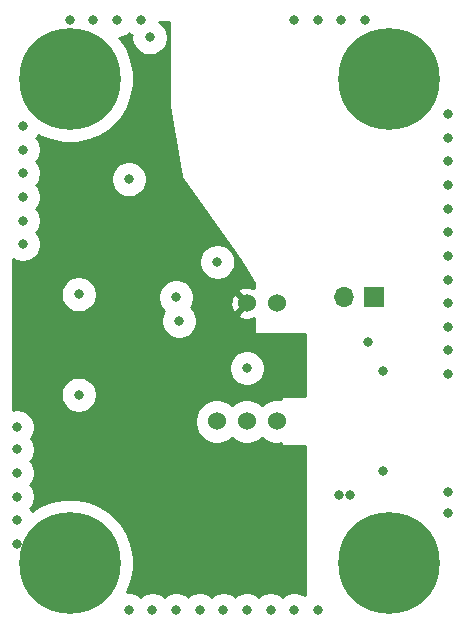
<source format=gbr>
G04 #@! TF.GenerationSoftware,KiCad,Pcbnew,5.1.6-c6e7f7d~87~ubuntu18.04.1*
G04 #@! TF.CreationDate,2021-01-11T12:45:55+00:00*
G04 #@! TF.ProjectId,vary_resistance,76617279-5f72-4657-9369-7374616e6365,rev?*
G04 #@! TF.SameCoordinates,Original*
G04 #@! TF.FileFunction,Copper,L3,Inr*
G04 #@! TF.FilePolarity,Positive*
%FSLAX46Y46*%
G04 Gerber Fmt 4.6, Leading zero omitted, Abs format (unit mm)*
G04 Created by KiCad (PCBNEW 5.1.6-c6e7f7d~87~ubuntu18.04.1) date 2021-01-11 12:45:55*
%MOMM*%
%LPD*%
G01*
G04 APERTURE LIST*
G04 #@! TA.AperFunction,ViaPad*
%ADD10C,0.900000*%
G04 #@! TD*
G04 #@! TA.AperFunction,ViaPad*
%ADD11C,8.600000*%
G04 #@! TD*
G04 #@! TA.AperFunction,ViaPad*
%ADD12O,1.700000X1.700000*%
G04 #@! TD*
G04 #@! TA.AperFunction,ViaPad*
%ADD13R,1.700000X1.700000*%
G04 #@! TD*
G04 #@! TA.AperFunction,ViaPad*
%ADD14C,1.524000*%
G04 #@! TD*
G04 #@! TA.AperFunction,ViaPad*
%ADD15C,0.800000*%
G04 #@! TD*
G04 #@! TA.AperFunction,Conductor*
%ADD16C,0.254000*%
G04 #@! TD*
G04 APERTURE END LIST*
D10*
X169280419Y-94719581D03*
X167000000Y-93775000D03*
X164719581Y-94719581D03*
X163775000Y-97000000D03*
X164719581Y-99280419D03*
X167000000Y-100225000D03*
X169280419Y-99280419D03*
X170225000Y-97000000D03*
D11*
X167000000Y-97000000D03*
D10*
X196280419Y-94719581D03*
X194000000Y-93775000D03*
X191719581Y-94719581D03*
X190775000Y-97000000D03*
X191719581Y-99280419D03*
X194000000Y-100225000D03*
X196280419Y-99280419D03*
X197225000Y-97000000D03*
D11*
X194000000Y-97000000D03*
D12*
X190210000Y-74500000D03*
D13*
X192750000Y-74500000D03*
D14*
X184540000Y-75000000D03*
X182000000Y-75000000D03*
X184540000Y-85000000D03*
X182000000Y-85000000D03*
X179460000Y-85000000D03*
D10*
X169280419Y-53719581D03*
X167000000Y-52775000D03*
X164719581Y-53719581D03*
X163775000Y-56000000D03*
X164719581Y-58280419D03*
X167000000Y-59225000D03*
X169280419Y-58280419D03*
X170225000Y-56000000D03*
D11*
X167000000Y-56000000D03*
D10*
X196280419Y-53719581D03*
X194000000Y-52775000D03*
X191719581Y-53719581D03*
X190775000Y-56000000D03*
X191719581Y-58280419D03*
X194000000Y-59225000D03*
X196280419Y-58280419D03*
X197225000Y-56000000D03*
D11*
X194000000Y-56000000D03*
D15*
X180000000Y-101000000D03*
X176000000Y-101000000D03*
X174000000Y-101000000D03*
X178000000Y-101000000D03*
X172000000Y-101000000D03*
X184000000Y-101000000D03*
X182000000Y-101000000D03*
X186000000Y-101000000D03*
X188000000Y-101000000D03*
X162500000Y-91370000D03*
X162500000Y-95370000D03*
X162500000Y-93370000D03*
X162500000Y-85500000D03*
X162500000Y-89370000D03*
X162500000Y-87370000D03*
X199000000Y-75000000D03*
X199000000Y-77000000D03*
X199000000Y-79000000D03*
X199000000Y-73000000D03*
X199000000Y-61000000D03*
X199000000Y-59000000D03*
X190000000Y-51000000D03*
X171000000Y-51000000D03*
X173000000Y-51000000D03*
X167000000Y-51000000D03*
X169000000Y-51000000D03*
X163000000Y-60000000D03*
X163000000Y-62000000D03*
X163000000Y-64000000D03*
X163000000Y-66000000D03*
X163000000Y-70000000D03*
X163000000Y-68000000D03*
X192000000Y-51000000D03*
X199000000Y-81000000D03*
X199000000Y-91000000D03*
X188000000Y-51000000D03*
X186000000Y-51000000D03*
X199000000Y-71000000D03*
X199000000Y-69000000D03*
X199000000Y-67000000D03*
X199000000Y-65000000D03*
X199000000Y-63000000D03*
X172000000Y-64500000D03*
X167750000Y-74250000D03*
X167750000Y-82750000D03*
X176000000Y-74500000D03*
X176250000Y-76500000D03*
X179500000Y-71500000D03*
X182000000Y-80500000D03*
X193500000Y-80750000D03*
X193500000Y-89250000D03*
X192250000Y-78250000D03*
X173750000Y-52500000D03*
X189750000Y-91250000D03*
X190750000Y-91250000D03*
X199000000Y-92750000D03*
X167500000Y-77000000D03*
X167500000Y-78500000D03*
X167500000Y-80000000D03*
D16*
G36*
X175373000Y-58250000D02*
G01*
X175374728Y-58270879D01*
X176374728Y-64270879D01*
X176384241Y-64302237D01*
X176396656Y-64323817D01*
X181394375Y-71320624D01*
X182623000Y-73286424D01*
X182623000Y-73749211D01*
X182469952Y-73677244D01*
X182202865Y-73610977D01*
X181927983Y-73598090D01*
X181655867Y-73639078D01*
X181396977Y-73732364D01*
X181281020Y-73794344D01*
X181214040Y-74034435D01*
X182000000Y-74820395D01*
X182014143Y-74806253D01*
X182193748Y-74985858D01*
X182179605Y-75000000D01*
X182193748Y-75014143D01*
X182014143Y-75193748D01*
X182000000Y-75179605D01*
X181214040Y-75965565D01*
X181281020Y-76205656D01*
X181530048Y-76322756D01*
X181797135Y-76389023D01*
X182072017Y-76401910D01*
X182344133Y-76360922D01*
X182603023Y-76267636D01*
X182623000Y-76256958D01*
X182623000Y-77500000D01*
X182625440Y-77524776D01*
X182632667Y-77548601D01*
X182644403Y-77570557D01*
X182660197Y-77589803D01*
X182679443Y-77605597D01*
X182701399Y-77617333D01*
X182725224Y-77624560D01*
X182750000Y-77627000D01*
X186873000Y-77627000D01*
X186873000Y-82873000D01*
X185000000Y-82873000D01*
X184975224Y-82875440D01*
X184951399Y-82882667D01*
X184929443Y-82894403D01*
X184910197Y-82910197D01*
X184894403Y-82929443D01*
X184882667Y-82951399D01*
X184875440Y-82975224D01*
X184873000Y-83000000D01*
X184873000Y-83140230D01*
X184726050Y-83111000D01*
X184353950Y-83111000D01*
X183988999Y-83183593D01*
X183645223Y-83325990D01*
X183335833Y-83532718D01*
X183270000Y-83598551D01*
X183204167Y-83532718D01*
X182894777Y-83325990D01*
X182551001Y-83183593D01*
X182186050Y-83111000D01*
X181813950Y-83111000D01*
X181448999Y-83183593D01*
X181105223Y-83325990D01*
X180795833Y-83532718D01*
X180730000Y-83598551D01*
X180664167Y-83532718D01*
X180354777Y-83325990D01*
X180011001Y-83183593D01*
X179646050Y-83111000D01*
X179273950Y-83111000D01*
X178908999Y-83183593D01*
X178565223Y-83325990D01*
X178255833Y-83532718D01*
X177992718Y-83795833D01*
X177785990Y-84105223D01*
X177643593Y-84448999D01*
X177571000Y-84813950D01*
X177571000Y-85186050D01*
X177643593Y-85551001D01*
X177785990Y-85894777D01*
X177992718Y-86204167D01*
X178255833Y-86467282D01*
X178565223Y-86674010D01*
X178908999Y-86816407D01*
X179273950Y-86889000D01*
X179646050Y-86889000D01*
X180011001Y-86816407D01*
X180354777Y-86674010D01*
X180664167Y-86467282D01*
X180730000Y-86401449D01*
X180795833Y-86467282D01*
X181105223Y-86674010D01*
X181448999Y-86816407D01*
X181813950Y-86889000D01*
X182186050Y-86889000D01*
X182551001Y-86816407D01*
X182894777Y-86674010D01*
X183204167Y-86467282D01*
X183270000Y-86401449D01*
X183335833Y-86467282D01*
X183645223Y-86674010D01*
X183988999Y-86816407D01*
X184353950Y-86889000D01*
X184726050Y-86889000D01*
X184873000Y-86859770D01*
X184873000Y-87000000D01*
X184875440Y-87024776D01*
X184882667Y-87048601D01*
X184894403Y-87070557D01*
X184910197Y-87089803D01*
X184929443Y-87105597D01*
X184951399Y-87117333D01*
X184975224Y-87124560D01*
X185000000Y-87127000D01*
X186873000Y-87127000D01*
X186873000Y-99746812D01*
X186723306Y-99646790D01*
X186445410Y-99531681D01*
X186150396Y-99473000D01*
X185849604Y-99473000D01*
X185554590Y-99531681D01*
X185276694Y-99646790D01*
X185026594Y-99813901D01*
X185000000Y-99840495D01*
X184973406Y-99813901D01*
X184723306Y-99646790D01*
X184445410Y-99531681D01*
X184150396Y-99473000D01*
X183849604Y-99473000D01*
X183554590Y-99531681D01*
X183276694Y-99646790D01*
X183026594Y-99813901D01*
X183000000Y-99840495D01*
X182973406Y-99813901D01*
X182723306Y-99646790D01*
X182445410Y-99531681D01*
X182150396Y-99473000D01*
X181849604Y-99473000D01*
X181554590Y-99531681D01*
X181276694Y-99646790D01*
X181026594Y-99813901D01*
X181000000Y-99840495D01*
X180973406Y-99813901D01*
X180723306Y-99646790D01*
X180445410Y-99531681D01*
X180150396Y-99473000D01*
X179849604Y-99473000D01*
X179554590Y-99531681D01*
X179276694Y-99646790D01*
X179026594Y-99813901D01*
X179000000Y-99840495D01*
X178973406Y-99813901D01*
X178723306Y-99646790D01*
X178445410Y-99531681D01*
X178150396Y-99473000D01*
X177849604Y-99473000D01*
X177554590Y-99531681D01*
X177276694Y-99646790D01*
X177026594Y-99813901D01*
X177000000Y-99840495D01*
X176973406Y-99813901D01*
X176723306Y-99646790D01*
X176445410Y-99531681D01*
X176150396Y-99473000D01*
X175849604Y-99473000D01*
X175554590Y-99531681D01*
X175276694Y-99646790D01*
X175026594Y-99813901D01*
X175000000Y-99840495D01*
X174973406Y-99813901D01*
X174723306Y-99646790D01*
X174445410Y-99531681D01*
X174150396Y-99473000D01*
X173849604Y-99473000D01*
X173554590Y-99531681D01*
X173276694Y-99646790D01*
X173026594Y-99813901D01*
X173000000Y-99840495D01*
X172973406Y-99813901D01*
X172723306Y-99646790D01*
X172445410Y-99531681D01*
X172150396Y-99473000D01*
X171849792Y-99473000D01*
X172218443Y-98582998D01*
X172427000Y-97534513D01*
X172427000Y-96465487D01*
X172218443Y-95417002D01*
X171809345Y-94429352D01*
X171215426Y-93540489D01*
X170459511Y-92784574D01*
X169570648Y-92190655D01*
X168582998Y-91781557D01*
X167534513Y-91573000D01*
X166465487Y-91573000D01*
X165417002Y-91781557D01*
X164429352Y-92190655D01*
X163820378Y-92597558D01*
X163686099Y-92396594D01*
X163659505Y-92370000D01*
X163686099Y-92343406D01*
X163853210Y-92093306D01*
X163968319Y-91815410D01*
X164027000Y-91520396D01*
X164027000Y-91219604D01*
X163968319Y-90924590D01*
X163853210Y-90646694D01*
X163686099Y-90396594D01*
X163659505Y-90370000D01*
X163686099Y-90343406D01*
X163853210Y-90093306D01*
X163968319Y-89815410D01*
X164027000Y-89520396D01*
X164027000Y-89219604D01*
X163968319Y-88924590D01*
X163853210Y-88646694D01*
X163686099Y-88396594D01*
X163659505Y-88370000D01*
X163686099Y-88343406D01*
X163853210Y-88093306D01*
X163968319Y-87815410D01*
X164027000Y-87520396D01*
X164027000Y-87219604D01*
X163968319Y-86924590D01*
X163853210Y-86646694D01*
X163711761Y-86435000D01*
X163853210Y-86223306D01*
X163968319Y-85945410D01*
X164027000Y-85650396D01*
X164027000Y-85349604D01*
X163968319Y-85054590D01*
X163853210Y-84776694D01*
X163686099Y-84526594D01*
X163473406Y-84313901D01*
X163223306Y-84146790D01*
X162945410Y-84031681D01*
X162650396Y-83973000D01*
X162349604Y-83973000D01*
X162152000Y-84012305D01*
X162152000Y-82599604D01*
X166223000Y-82599604D01*
X166223000Y-82900396D01*
X166281681Y-83195410D01*
X166396790Y-83473306D01*
X166563901Y-83723406D01*
X166776594Y-83936099D01*
X167026694Y-84103210D01*
X167304590Y-84218319D01*
X167599604Y-84277000D01*
X167900396Y-84277000D01*
X168195410Y-84218319D01*
X168473306Y-84103210D01*
X168723406Y-83936099D01*
X168936099Y-83723406D01*
X169103210Y-83473306D01*
X169218319Y-83195410D01*
X169277000Y-82900396D01*
X169277000Y-82599604D01*
X169218319Y-82304590D01*
X169103210Y-82026694D01*
X168936099Y-81776594D01*
X168723406Y-81563901D01*
X168473306Y-81396790D01*
X168195410Y-81281681D01*
X167900396Y-81223000D01*
X167599604Y-81223000D01*
X167304590Y-81281681D01*
X167026694Y-81396790D01*
X166776594Y-81563901D01*
X166563901Y-81776594D01*
X166396790Y-82026694D01*
X166281681Y-82304590D01*
X166223000Y-82599604D01*
X162152000Y-82599604D01*
X162152000Y-80349604D01*
X180473000Y-80349604D01*
X180473000Y-80650396D01*
X180531681Y-80945410D01*
X180646790Y-81223306D01*
X180813901Y-81473406D01*
X181026594Y-81686099D01*
X181276694Y-81853210D01*
X181554590Y-81968319D01*
X181849604Y-82027000D01*
X182150396Y-82027000D01*
X182445410Y-81968319D01*
X182723306Y-81853210D01*
X182973406Y-81686099D01*
X183186099Y-81473406D01*
X183353210Y-81223306D01*
X183468319Y-80945410D01*
X183527000Y-80650396D01*
X183527000Y-80349604D01*
X183468319Y-80054590D01*
X183353210Y-79776694D01*
X183186099Y-79526594D01*
X182973406Y-79313901D01*
X182723306Y-79146790D01*
X182445410Y-79031681D01*
X182150396Y-78973000D01*
X181849604Y-78973000D01*
X181554590Y-79031681D01*
X181276694Y-79146790D01*
X181026594Y-79313901D01*
X180813901Y-79526594D01*
X180646790Y-79776694D01*
X180531681Y-80054590D01*
X180473000Y-80349604D01*
X162152000Y-80349604D01*
X162152000Y-74099604D01*
X166223000Y-74099604D01*
X166223000Y-74400396D01*
X166281681Y-74695410D01*
X166396790Y-74973306D01*
X166563901Y-75223406D01*
X166776594Y-75436099D01*
X167026694Y-75603210D01*
X167304590Y-75718319D01*
X167599604Y-75777000D01*
X167900396Y-75777000D01*
X168195410Y-75718319D01*
X168473306Y-75603210D01*
X168723406Y-75436099D01*
X168936099Y-75223406D01*
X169103210Y-74973306D01*
X169218319Y-74695410D01*
X169277000Y-74400396D01*
X169277000Y-74349604D01*
X174473000Y-74349604D01*
X174473000Y-74650396D01*
X174531681Y-74945410D01*
X174646790Y-75223306D01*
X174813901Y-75473406D01*
X174985069Y-75644574D01*
X174896790Y-75776694D01*
X174781681Y-76054590D01*
X174723000Y-76349604D01*
X174723000Y-76650396D01*
X174781681Y-76945410D01*
X174896790Y-77223306D01*
X175063901Y-77473406D01*
X175276594Y-77686099D01*
X175526694Y-77853210D01*
X175804590Y-77968319D01*
X176099604Y-78027000D01*
X176400396Y-78027000D01*
X176695410Y-77968319D01*
X176973306Y-77853210D01*
X177223406Y-77686099D01*
X177436099Y-77473406D01*
X177603210Y-77223306D01*
X177718319Y-76945410D01*
X177777000Y-76650396D01*
X177777000Y-76349604D01*
X177718319Y-76054590D01*
X177603210Y-75776694D01*
X177436099Y-75526594D01*
X177264931Y-75355426D01*
X177353210Y-75223306D01*
X177415876Y-75072017D01*
X180598090Y-75072017D01*
X180639078Y-75344133D01*
X180732364Y-75603023D01*
X180794344Y-75718980D01*
X181034435Y-75785960D01*
X181820395Y-75000000D01*
X181034435Y-74214040D01*
X180794344Y-74281020D01*
X180677244Y-74530048D01*
X180610977Y-74797135D01*
X180598090Y-75072017D01*
X177415876Y-75072017D01*
X177468319Y-74945410D01*
X177527000Y-74650396D01*
X177527000Y-74349604D01*
X177468319Y-74054590D01*
X177353210Y-73776694D01*
X177186099Y-73526594D01*
X176973406Y-73313901D01*
X176723306Y-73146790D01*
X176445410Y-73031681D01*
X176150396Y-72973000D01*
X175849604Y-72973000D01*
X175554590Y-73031681D01*
X175276694Y-73146790D01*
X175026594Y-73313901D01*
X174813901Y-73526594D01*
X174646790Y-73776694D01*
X174531681Y-74054590D01*
X174473000Y-74349604D01*
X169277000Y-74349604D01*
X169277000Y-74099604D01*
X169218319Y-73804590D01*
X169103210Y-73526694D01*
X168936099Y-73276594D01*
X168723406Y-73063901D01*
X168473306Y-72896790D01*
X168195410Y-72781681D01*
X167900396Y-72723000D01*
X167599604Y-72723000D01*
X167304590Y-72781681D01*
X167026694Y-72896790D01*
X166776594Y-73063901D01*
X166563901Y-73276594D01*
X166396790Y-73526694D01*
X166281681Y-73804590D01*
X166223000Y-74099604D01*
X162152000Y-74099604D01*
X162152000Y-71269892D01*
X162276694Y-71353210D01*
X162554590Y-71468319D01*
X162849604Y-71527000D01*
X163150396Y-71527000D01*
X163445410Y-71468319D01*
X163723306Y-71353210D01*
X163728702Y-71349604D01*
X177973000Y-71349604D01*
X177973000Y-71650396D01*
X178031681Y-71945410D01*
X178146790Y-72223306D01*
X178313901Y-72473406D01*
X178526594Y-72686099D01*
X178776694Y-72853210D01*
X179054590Y-72968319D01*
X179349604Y-73027000D01*
X179650396Y-73027000D01*
X179945410Y-72968319D01*
X180223306Y-72853210D01*
X180473406Y-72686099D01*
X180686099Y-72473406D01*
X180853210Y-72223306D01*
X180968319Y-71945410D01*
X181027000Y-71650396D01*
X181027000Y-71349604D01*
X180968319Y-71054590D01*
X180853210Y-70776694D01*
X180686099Y-70526594D01*
X180473406Y-70313901D01*
X180223306Y-70146790D01*
X179945410Y-70031681D01*
X179650396Y-69973000D01*
X179349604Y-69973000D01*
X179054590Y-70031681D01*
X178776694Y-70146790D01*
X178526594Y-70313901D01*
X178313901Y-70526594D01*
X178146790Y-70776694D01*
X178031681Y-71054590D01*
X177973000Y-71349604D01*
X163728702Y-71349604D01*
X163973406Y-71186099D01*
X164186099Y-70973406D01*
X164353210Y-70723306D01*
X164468319Y-70445410D01*
X164527000Y-70150396D01*
X164527000Y-69849604D01*
X164468319Y-69554590D01*
X164353210Y-69276694D01*
X164186099Y-69026594D01*
X164159505Y-69000000D01*
X164186099Y-68973406D01*
X164353210Y-68723306D01*
X164468319Y-68445410D01*
X164527000Y-68150396D01*
X164527000Y-67849604D01*
X164468319Y-67554590D01*
X164353210Y-67276694D01*
X164186099Y-67026594D01*
X164159505Y-67000000D01*
X164186099Y-66973406D01*
X164353210Y-66723306D01*
X164468319Y-66445410D01*
X164527000Y-66150396D01*
X164527000Y-65849604D01*
X164468319Y-65554590D01*
X164353210Y-65276694D01*
X164186099Y-65026594D01*
X164159505Y-65000000D01*
X164186099Y-64973406D01*
X164353210Y-64723306D01*
X164468319Y-64445410D01*
X164487375Y-64349604D01*
X170473000Y-64349604D01*
X170473000Y-64650396D01*
X170531681Y-64945410D01*
X170646790Y-65223306D01*
X170813901Y-65473406D01*
X171026594Y-65686099D01*
X171276694Y-65853210D01*
X171554590Y-65968319D01*
X171849604Y-66027000D01*
X172150396Y-66027000D01*
X172445410Y-65968319D01*
X172723306Y-65853210D01*
X172973406Y-65686099D01*
X173186099Y-65473406D01*
X173353210Y-65223306D01*
X173468319Y-64945410D01*
X173527000Y-64650396D01*
X173527000Y-64349604D01*
X173468319Y-64054590D01*
X173353210Y-63776694D01*
X173186099Y-63526594D01*
X172973406Y-63313901D01*
X172723306Y-63146790D01*
X172445410Y-63031681D01*
X172150396Y-62973000D01*
X171849604Y-62973000D01*
X171554590Y-63031681D01*
X171276694Y-63146790D01*
X171026594Y-63313901D01*
X170813901Y-63526594D01*
X170646790Y-63776694D01*
X170531681Y-64054590D01*
X170473000Y-64349604D01*
X164487375Y-64349604D01*
X164527000Y-64150396D01*
X164527000Y-63849604D01*
X164468319Y-63554590D01*
X164353210Y-63276694D01*
X164186099Y-63026594D01*
X164159505Y-63000000D01*
X164186099Y-62973406D01*
X164353210Y-62723306D01*
X164468319Y-62445410D01*
X164527000Y-62150396D01*
X164527000Y-61849604D01*
X164468319Y-61554590D01*
X164353210Y-61276694D01*
X164186099Y-61026594D01*
X164159505Y-61000000D01*
X164186099Y-60973406D01*
X164336967Y-60747615D01*
X164429352Y-60809345D01*
X165417002Y-61218443D01*
X166465487Y-61427000D01*
X167534513Y-61427000D01*
X168582998Y-61218443D01*
X169570648Y-60809345D01*
X170459511Y-60215426D01*
X171215426Y-59459511D01*
X171809345Y-58570648D01*
X172218443Y-57582998D01*
X172427000Y-56534513D01*
X172427000Y-55465487D01*
X172218443Y-54417002D01*
X171809345Y-53429352D01*
X171215426Y-52540489D01*
X171193386Y-52518449D01*
X171445410Y-52468319D01*
X171723306Y-52353210D01*
X171973406Y-52186099D01*
X172000000Y-52159505D01*
X172026594Y-52186099D01*
X172228666Y-52321119D01*
X172223000Y-52349604D01*
X172223000Y-52650396D01*
X172281681Y-52945410D01*
X172396790Y-53223306D01*
X172563901Y-53473406D01*
X172776594Y-53686099D01*
X173026694Y-53853210D01*
X173304590Y-53968319D01*
X173599604Y-54027000D01*
X173900396Y-54027000D01*
X174195410Y-53968319D01*
X174473306Y-53853210D01*
X174723406Y-53686099D01*
X174936099Y-53473406D01*
X175103210Y-53223306D01*
X175218319Y-52945410D01*
X175277000Y-52650396D01*
X175277000Y-52349604D01*
X175218319Y-52054590D01*
X175103210Y-51776694D01*
X174936099Y-51526594D01*
X174723406Y-51313901D01*
X174521334Y-51178881D01*
X174526681Y-51152000D01*
X175373000Y-51152000D01*
X175373000Y-58250000D01*
G37*
X175373000Y-58250000D02*
X175374728Y-58270879D01*
X176374728Y-64270879D01*
X176384241Y-64302237D01*
X176396656Y-64323817D01*
X181394375Y-71320624D01*
X182623000Y-73286424D01*
X182623000Y-73749211D01*
X182469952Y-73677244D01*
X182202865Y-73610977D01*
X181927983Y-73598090D01*
X181655867Y-73639078D01*
X181396977Y-73732364D01*
X181281020Y-73794344D01*
X181214040Y-74034435D01*
X182000000Y-74820395D01*
X182014143Y-74806253D01*
X182193748Y-74985858D01*
X182179605Y-75000000D01*
X182193748Y-75014143D01*
X182014143Y-75193748D01*
X182000000Y-75179605D01*
X181214040Y-75965565D01*
X181281020Y-76205656D01*
X181530048Y-76322756D01*
X181797135Y-76389023D01*
X182072017Y-76401910D01*
X182344133Y-76360922D01*
X182603023Y-76267636D01*
X182623000Y-76256958D01*
X182623000Y-77500000D01*
X182625440Y-77524776D01*
X182632667Y-77548601D01*
X182644403Y-77570557D01*
X182660197Y-77589803D01*
X182679443Y-77605597D01*
X182701399Y-77617333D01*
X182725224Y-77624560D01*
X182750000Y-77627000D01*
X186873000Y-77627000D01*
X186873000Y-82873000D01*
X185000000Y-82873000D01*
X184975224Y-82875440D01*
X184951399Y-82882667D01*
X184929443Y-82894403D01*
X184910197Y-82910197D01*
X184894403Y-82929443D01*
X184882667Y-82951399D01*
X184875440Y-82975224D01*
X184873000Y-83000000D01*
X184873000Y-83140230D01*
X184726050Y-83111000D01*
X184353950Y-83111000D01*
X183988999Y-83183593D01*
X183645223Y-83325990D01*
X183335833Y-83532718D01*
X183270000Y-83598551D01*
X183204167Y-83532718D01*
X182894777Y-83325990D01*
X182551001Y-83183593D01*
X182186050Y-83111000D01*
X181813950Y-83111000D01*
X181448999Y-83183593D01*
X181105223Y-83325990D01*
X180795833Y-83532718D01*
X180730000Y-83598551D01*
X180664167Y-83532718D01*
X180354777Y-83325990D01*
X180011001Y-83183593D01*
X179646050Y-83111000D01*
X179273950Y-83111000D01*
X178908999Y-83183593D01*
X178565223Y-83325990D01*
X178255833Y-83532718D01*
X177992718Y-83795833D01*
X177785990Y-84105223D01*
X177643593Y-84448999D01*
X177571000Y-84813950D01*
X177571000Y-85186050D01*
X177643593Y-85551001D01*
X177785990Y-85894777D01*
X177992718Y-86204167D01*
X178255833Y-86467282D01*
X178565223Y-86674010D01*
X178908999Y-86816407D01*
X179273950Y-86889000D01*
X179646050Y-86889000D01*
X180011001Y-86816407D01*
X180354777Y-86674010D01*
X180664167Y-86467282D01*
X180730000Y-86401449D01*
X180795833Y-86467282D01*
X181105223Y-86674010D01*
X181448999Y-86816407D01*
X181813950Y-86889000D01*
X182186050Y-86889000D01*
X182551001Y-86816407D01*
X182894777Y-86674010D01*
X183204167Y-86467282D01*
X183270000Y-86401449D01*
X183335833Y-86467282D01*
X183645223Y-86674010D01*
X183988999Y-86816407D01*
X184353950Y-86889000D01*
X184726050Y-86889000D01*
X184873000Y-86859770D01*
X184873000Y-87000000D01*
X184875440Y-87024776D01*
X184882667Y-87048601D01*
X184894403Y-87070557D01*
X184910197Y-87089803D01*
X184929443Y-87105597D01*
X184951399Y-87117333D01*
X184975224Y-87124560D01*
X185000000Y-87127000D01*
X186873000Y-87127000D01*
X186873000Y-99746812D01*
X186723306Y-99646790D01*
X186445410Y-99531681D01*
X186150396Y-99473000D01*
X185849604Y-99473000D01*
X185554590Y-99531681D01*
X185276694Y-99646790D01*
X185026594Y-99813901D01*
X185000000Y-99840495D01*
X184973406Y-99813901D01*
X184723306Y-99646790D01*
X184445410Y-99531681D01*
X184150396Y-99473000D01*
X183849604Y-99473000D01*
X183554590Y-99531681D01*
X183276694Y-99646790D01*
X183026594Y-99813901D01*
X183000000Y-99840495D01*
X182973406Y-99813901D01*
X182723306Y-99646790D01*
X182445410Y-99531681D01*
X182150396Y-99473000D01*
X181849604Y-99473000D01*
X181554590Y-99531681D01*
X181276694Y-99646790D01*
X181026594Y-99813901D01*
X181000000Y-99840495D01*
X180973406Y-99813901D01*
X180723306Y-99646790D01*
X180445410Y-99531681D01*
X180150396Y-99473000D01*
X179849604Y-99473000D01*
X179554590Y-99531681D01*
X179276694Y-99646790D01*
X179026594Y-99813901D01*
X179000000Y-99840495D01*
X178973406Y-99813901D01*
X178723306Y-99646790D01*
X178445410Y-99531681D01*
X178150396Y-99473000D01*
X177849604Y-99473000D01*
X177554590Y-99531681D01*
X177276694Y-99646790D01*
X177026594Y-99813901D01*
X177000000Y-99840495D01*
X176973406Y-99813901D01*
X176723306Y-99646790D01*
X176445410Y-99531681D01*
X176150396Y-99473000D01*
X175849604Y-99473000D01*
X175554590Y-99531681D01*
X175276694Y-99646790D01*
X175026594Y-99813901D01*
X175000000Y-99840495D01*
X174973406Y-99813901D01*
X174723306Y-99646790D01*
X174445410Y-99531681D01*
X174150396Y-99473000D01*
X173849604Y-99473000D01*
X173554590Y-99531681D01*
X173276694Y-99646790D01*
X173026594Y-99813901D01*
X173000000Y-99840495D01*
X172973406Y-99813901D01*
X172723306Y-99646790D01*
X172445410Y-99531681D01*
X172150396Y-99473000D01*
X171849792Y-99473000D01*
X172218443Y-98582998D01*
X172427000Y-97534513D01*
X172427000Y-96465487D01*
X172218443Y-95417002D01*
X171809345Y-94429352D01*
X171215426Y-93540489D01*
X170459511Y-92784574D01*
X169570648Y-92190655D01*
X168582998Y-91781557D01*
X167534513Y-91573000D01*
X166465487Y-91573000D01*
X165417002Y-91781557D01*
X164429352Y-92190655D01*
X163820378Y-92597558D01*
X163686099Y-92396594D01*
X163659505Y-92370000D01*
X163686099Y-92343406D01*
X163853210Y-92093306D01*
X163968319Y-91815410D01*
X164027000Y-91520396D01*
X164027000Y-91219604D01*
X163968319Y-90924590D01*
X163853210Y-90646694D01*
X163686099Y-90396594D01*
X163659505Y-90370000D01*
X163686099Y-90343406D01*
X163853210Y-90093306D01*
X163968319Y-89815410D01*
X164027000Y-89520396D01*
X164027000Y-89219604D01*
X163968319Y-88924590D01*
X163853210Y-88646694D01*
X163686099Y-88396594D01*
X163659505Y-88370000D01*
X163686099Y-88343406D01*
X163853210Y-88093306D01*
X163968319Y-87815410D01*
X164027000Y-87520396D01*
X164027000Y-87219604D01*
X163968319Y-86924590D01*
X163853210Y-86646694D01*
X163711761Y-86435000D01*
X163853210Y-86223306D01*
X163968319Y-85945410D01*
X164027000Y-85650396D01*
X164027000Y-85349604D01*
X163968319Y-85054590D01*
X163853210Y-84776694D01*
X163686099Y-84526594D01*
X163473406Y-84313901D01*
X163223306Y-84146790D01*
X162945410Y-84031681D01*
X162650396Y-83973000D01*
X162349604Y-83973000D01*
X162152000Y-84012305D01*
X162152000Y-82599604D01*
X166223000Y-82599604D01*
X166223000Y-82900396D01*
X166281681Y-83195410D01*
X166396790Y-83473306D01*
X166563901Y-83723406D01*
X166776594Y-83936099D01*
X167026694Y-84103210D01*
X167304590Y-84218319D01*
X167599604Y-84277000D01*
X167900396Y-84277000D01*
X168195410Y-84218319D01*
X168473306Y-84103210D01*
X168723406Y-83936099D01*
X168936099Y-83723406D01*
X169103210Y-83473306D01*
X169218319Y-83195410D01*
X169277000Y-82900396D01*
X169277000Y-82599604D01*
X169218319Y-82304590D01*
X169103210Y-82026694D01*
X168936099Y-81776594D01*
X168723406Y-81563901D01*
X168473306Y-81396790D01*
X168195410Y-81281681D01*
X167900396Y-81223000D01*
X167599604Y-81223000D01*
X167304590Y-81281681D01*
X167026694Y-81396790D01*
X166776594Y-81563901D01*
X166563901Y-81776594D01*
X166396790Y-82026694D01*
X166281681Y-82304590D01*
X166223000Y-82599604D01*
X162152000Y-82599604D01*
X162152000Y-80349604D01*
X180473000Y-80349604D01*
X180473000Y-80650396D01*
X180531681Y-80945410D01*
X180646790Y-81223306D01*
X180813901Y-81473406D01*
X181026594Y-81686099D01*
X181276694Y-81853210D01*
X181554590Y-81968319D01*
X181849604Y-82027000D01*
X182150396Y-82027000D01*
X182445410Y-81968319D01*
X182723306Y-81853210D01*
X182973406Y-81686099D01*
X183186099Y-81473406D01*
X183353210Y-81223306D01*
X183468319Y-80945410D01*
X183527000Y-80650396D01*
X183527000Y-80349604D01*
X183468319Y-80054590D01*
X183353210Y-79776694D01*
X183186099Y-79526594D01*
X182973406Y-79313901D01*
X182723306Y-79146790D01*
X182445410Y-79031681D01*
X182150396Y-78973000D01*
X181849604Y-78973000D01*
X181554590Y-79031681D01*
X181276694Y-79146790D01*
X181026594Y-79313901D01*
X180813901Y-79526594D01*
X180646790Y-79776694D01*
X180531681Y-80054590D01*
X180473000Y-80349604D01*
X162152000Y-80349604D01*
X162152000Y-74099604D01*
X166223000Y-74099604D01*
X166223000Y-74400396D01*
X166281681Y-74695410D01*
X166396790Y-74973306D01*
X166563901Y-75223406D01*
X166776594Y-75436099D01*
X167026694Y-75603210D01*
X167304590Y-75718319D01*
X167599604Y-75777000D01*
X167900396Y-75777000D01*
X168195410Y-75718319D01*
X168473306Y-75603210D01*
X168723406Y-75436099D01*
X168936099Y-75223406D01*
X169103210Y-74973306D01*
X169218319Y-74695410D01*
X169277000Y-74400396D01*
X169277000Y-74349604D01*
X174473000Y-74349604D01*
X174473000Y-74650396D01*
X174531681Y-74945410D01*
X174646790Y-75223306D01*
X174813901Y-75473406D01*
X174985069Y-75644574D01*
X174896790Y-75776694D01*
X174781681Y-76054590D01*
X174723000Y-76349604D01*
X174723000Y-76650396D01*
X174781681Y-76945410D01*
X174896790Y-77223306D01*
X175063901Y-77473406D01*
X175276594Y-77686099D01*
X175526694Y-77853210D01*
X175804590Y-77968319D01*
X176099604Y-78027000D01*
X176400396Y-78027000D01*
X176695410Y-77968319D01*
X176973306Y-77853210D01*
X177223406Y-77686099D01*
X177436099Y-77473406D01*
X177603210Y-77223306D01*
X177718319Y-76945410D01*
X177777000Y-76650396D01*
X177777000Y-76349604D01*
X177718319Y-76054590D01*
X177603210Y-75776694D01*
X177436099Y-75526594D01*
X177264931Y-75355426D01*
X177353210Y-75223306D01*
X177415876Y-75072017D01*
X180598090Y-75072017D01*
X180639078Y-75344133D01*
X180732364Y-75603023D01*
X180794344Y-75718980D01*
X181034435Y-75785960D01*
X181820395Y-75000000D01*
X181034435Y-74214040D01*
X180794344Y-74281020D01*
X180677244Y-74530048D01*
X180610977Y-74797135D01*
X180598090Y-75072017D01*
X177415876Y-75072017D01*
X177468319Y-74945410D01*
X177527000Y-74650396D01*
X177527000Y-74349604D01*
X177468319Y-74054590D01*
X177353210Y-73776694D01*
X177186099Y-73526594D01*
X176973406Y-73313901D01*
X176723306Y-73146790D01*
X176445410Y-73031681D01*
X176150396Y-72973000D01*
X175849604Y-72973000D01*
X175554590Y-73031681D01*
X175276694Y-73146790D01*
X175026594Y-73313901D01*
X174813901Y-73526594D01*
X174646790Y-73776694D01*
X174531681Y-74054590D01*
X174473000Y-74349604D01*
X169277000Y-74349604D01*
X169277000Y-74099604D01*
X169218319Y-73804590D01*
X169103210Y-73526694D01*
X168936099Y-73276594D01*
X168723406Y-73063901D01*
X168473306Y-72896790D01*
X168195410Y-72781681D01*
X167900396Y-72723000D01*
X167599604Y-72723000D01*
X167304590Y-72781681D01*
X167026694Y-72896790D01*
X166776594Y-73063901D01*
X166563901Y-73276594D01*
X166396790Y-73526694D01*
X166281681Y-73804590D01*
X166223000Y-74099604D01*
X162152000Y-74099604D01*
X162152000Y-71269892D01*
X162276694Y-71353210D01*
X162554590Y-71468319D01*
X162849604Y-71527000D01*
X163150396Y-71527000D01*
X163445410Y-71468319D01*
X163723306Y-71353210D01*
X163728702Y-71349604D01*
X177973000Y-71349604D01*
X177973000Y-71650396D01*
X178031681Y-71945410D01*
X178146790Y-72223306D01*
X178313901Y-72473406D01*
X178526594Y-72686099D01*
X178776694Y-72853210D01*
X179054590Y-72968319D01*
X179349604Y-73027000D01*
X179650396Y-73027000D01*
X179945410Y-72968319D01*
X180223306Y-72853210D01*
X180473406Y-72686099D01*
X180686099Y-72473406D01*
X180853210Y-72223306D01*
X180968319Y-71945410D01*
X181027000Y-71650396D01*
X181027000Y-71349604D01*
X180968319Y-71054590D01*
X180853210Y-70776694D01*
X180686099Y-70526594D01*
X180473406Y-70313901D01*
X180223306Y-70146790D01*
X179945410Y-70031681D01*
X179650396Y-69973000D01*
X179349604Y-69973000D01*
X179054590Y-70031681D01*
X178776694Y-70146790D01*
X178526594Y-70313901D01*
X178313901Y-70526594D01*
X178146790Y-70776694D01*
X178031681Y-71054590D01*
X177973000Y-71349604D01*
X163728702Y-71349604D01*
X163973406Y-71186099D01*
X164186099Y-70973406D01*
X164353210Y-70723306D01*
X164468319Y-70445410D01*
X164527000Y-70150396D01*
X164527000Y-69849604D01*
X164468319Y-69554590D01*
X164353210Y-69276694D01*
X164186099Y-69026594D01*
X164159505Y-69000000D01*
X164186099Y-68973406D01*
X164353210Y-68723306D01*
X164468319Y-68445410D01*
X164527000Y-68150396D01*
X164527000Y-67849604D01*
X164468319Y-67554590D01*
X164353210Y-67276694D01*
X164186099Y-67026594D01*
X164159505Y-67000000D01*
X164186099Y-66973406D01*
X164353210Y-66723306D01*
X164468319Y-66445410D01*
X164527000Y-66150396D01*
X164527000Y-65849604D01*
X164468319Y-65554590D01*
X164353210Y-65276694D01*
X164186099Y-65026594D01*
X164159505Y-65000000D01*
X164186099Y-64973406D01*
X164353210Y-64723306D01*
X164468319Y-64445410D01*
X164487375Y-64349604D01*
X170473000Y-64349604D01*
X170473000Y-64650396D01*
X170531681Y-64945410D01*
X170646790Y-65223306D01*
X170813901Y-65473406D01*
X171026594Y-65686099D01*
X171276694Y-65853210D01*
X171554590Y-65968319D01*
X171849604Y-66027000D01*
X172150396Y-66027000D01*
X172445410Y-65968319D01*
X172723306Y-65853210D01*
X172973406Y-65686099D01*
X173186099Y-65473406D01*
X173353210Y-65223306D01*
X173468319Y-64945410D01*
X173527000Y-64650396D01*
X173527000Y-64349604D01*
X173468319Y-64054590D01*
X173353210Y-63776694D01*
X173186099Y-63526594D01*
X172973406Y-63313901D01*
X172723306Y-63146790D01*
X172445410Y-63031681D01*
X172150396Y-62973000D01*
X171849604Y-62973000D01*
X171554590Y-63031681D01*
X171276694Y-63146790D01*
X171026594Y-63313901D01*
X170813901Y-63526594D01*
X170646790Y-63776694D01*
X170531681Y-64054590D01*
X170473000Y-64349604D01*
X164487375Y-64349604D01*
X164527000Y-64150396D01*
X164527000Y-63849604D01*
X164468319Y-63554590D01*
X164353210Y-63276694D01*
X164186099Y-63026594D01*
X164159505Y-63000000D01*
X164186099Y-62973406D01*
X164353210Y-62723306D01*
X164468319Y-62445410D01*
X164527000Y-62150396D01*
X164527000Y-61849604D01*
X164468319Y-61554590D01*
X164353210Y-61276694D01*
X164186099Y-61026594D01*
X164159505Y-61000000D01*
X164186099Y-60973406D01*
X164336967Y-60747615D01*
X164429352Y-60809345D01*
X165417002Y-61218443D01*
X166465487Y-61427000D01*
X167534513Y-61427000D01*
X168582998Y-61218443D01*
X169570648Y-60809345D01*
X170459511Y-60215426D01*
X171215426Y-59459511D01*
X171809345Y-58570648D01*
X172218443Y-57582998D01*
X172427000Y-56534513D01*
X172427000Y-55465487D01*
X172218443Y-54417002D01*
X171809345Y-53429352D01*
X171215426Y-52540489D01*
X171193386Y-52518449D01*
X171445410Y-52468319D01*
X171723306Y-52353210D01*
X171973406Y-52186099D01*
X172000000Y-52159505D01*
X172026594Y-52186099D01*
X172228666Y-52321119D01*
X172223000Y-52349604D01*
X172223000Y-52650396D01*
X172281681Y-52945410D01*
X172396790Y-53223306D01*
X172563901Y-53473406D01*
X172776594Y-53686099D01*
X173026694Y-53853210D01*
X173304590Y-53968319D01*
X173599604Y-54027000D01*
X173900396Y-54027000D01*
X174195410Y-53968319D01*
X174473306Y-53853210D01*
X174723406Y-53686099D01*
X174936099Y-53473406D01*
X175103210Y-53223306D01*
X175218319Y-52945410D01*
X175277000Y-52650396D01*
X175277000Y-52349604D01*
X175218319Y-52054590D01*
X175103210Y-51776694D01*
X174936099Y-51526594D01*
X174723406Y-51313901D01*
X174521334Y-51178881D01*
X174526681Y-51152000D01*
X175373000Y-51152000D01*
X175373000Y-58250000D01*
M02*

</source>
